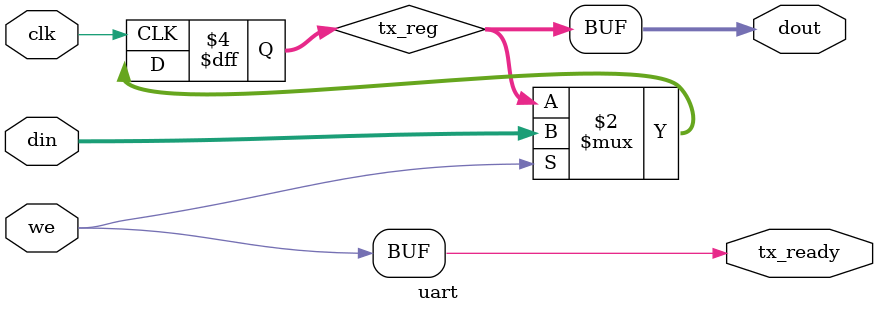
<source format=sv>
module uart (
    input logic clk,
    input logic we,
    input logic [7:0] din,
    output logic [7:0] dout,
    output logic tx_ready
);
    logic [7:0] tx_reg;
    assign dout = tx_reg;
    assign tx_ready = we;

    always_ff @(posedge clk) begin
        if (we) tx_reg <= din;
    end
endmodule

</source>
